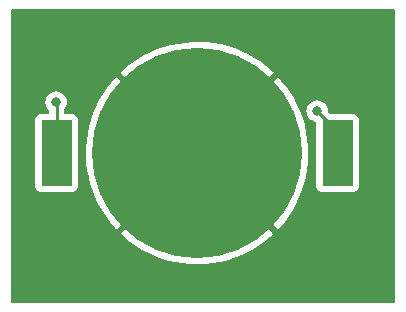
<source format=gbr>
%TF.GenerationSoftware,KiCad,Pcbnew,(6.0.7)*%
%TF.CreationDate,2022-10-10T10:06:43-04:00*%
%TF.ProjectId,proj_6,70726f6a-5f36-42e6-9b69-6361645f7063,rev?*%
%TF.SameCoordinates,Original*%
%TF.FileFunction,Copper,L2,Bot*%
%TF.FilePolarity,Positive*%
%FSLAX46Y46*%
G04 Gerber Fmt 4.6, Leading zero omitted, Abs format (unit mm)*
G04 Created by KiCad (PCBNEW (6.0.7)) date 2022-10-10 10:06:43*
%MOMM*%
%LPD*%
G01*
G04 APERTURE LIST*
%TA.AperFunction,SMDPad,CuDef*%
%ADD10R,2.600000X5.560000*%
%TD*%
%TA.AperFunction,SMDPad,CuDef*%
%ADD11C,17.800000*%
%TD*%
%TA.AperFunction,ViaPad*%
%ADD12C,0.800000*%
%TD*%
%TA.AperFunction,Conductor*%
%ADD13C,0.250000*%
%TD*%
G04 APERTURE END LIST*
D10*
%TO.P,BT1,1,+*%
%TO.N,VDD*%
X157701000Y-79248000D03*
X133891000Y-79248000D03*
D11*
%TO.P,BT1,2,-*%
%TO.N,GND*%
X145796000Y-79248000D03*
%TD*%
D12*
%TO.N,GND*%
X135128000Y-71882000D03*
%TO.N,VDD*%
X133858000Y-74930000D03*
%TO.N,GND*%
X138684000Y-87630000D03*
%TO.N,VDD*%
X155956000Y-75692000D03*
%TD*%
D13*
%TO.N,VDD*%
X133891000Y-74963000D02*
X133858000Y-74930000D01*
X133891000Y-79248000D02*
X133891000Y-74963000D01*
X157701000Y-77437000D02*
X155956000Y-75692000D01*
X157701000Y-79248000D02*
X157701000Y-77437000D01*
X133891000Y-80389121D02*
X134874000Y-81372121D01*
X133891000Y-79248000D02*
X133891000Y-80389121D01*
%TD*%
%TA.AperFunction,Conductor*%
%TO.N,GND*%
G36*
X162501621Y-67076502D02*
G01*
X162548114Y-67130158D01*
X162559500Y-67182500D01*
X162559500Y-91821500D01*
X162539498Y-91889621D01*
X162485842Y-91936114D01*
X162433500Y-91947500D01*
X130174500Y-91947500D01*
X130106379Y-91927498D01*
X130059886Y-91873842D01*
X130048500Y-91821500D01*
X130048500Y-86079887D01*
X139329653Y-86079887D01*
X139329677Y-86080226D01*
X139335500Y-86088858D01*
X139668715Y-86393660D01*
X139671846Y-86396344D01*
X140142614Y-86774175D01*
X140145897Y-86776640D01*
X140640088Y-87123319D01*
X140643515Y-87125562D01*
X141159060Y-87439635D01*
X141162595Y-87441635D01*
X141697368Y-87721802D01*
X141701006Y-87723561D01*
X142252712Y-87968619D01*
X142256502Y-87970158D01*
X142822872Y-88179103D01*
X142826737Y-88180389D01*
X143405415Y-88352350D01*
X143409356Y-88353384D01*
X143997917Y-88487642D01*
X144001912Y-88488419D01*
X144597930Y-88584419D01*
X144601969Y-88584936D01*
X145202918Y-88642272D01*
X145206987Y-88642528D01*
X145810384Y-88660964D01*
X145814470Y-88660956D01*
X146417812Y-88640414D01*
X146421856Y-88640145D01*
X147022622Y-88580710D01*
X147026658Y-88580179D01*
X147622321Y-88482102D01*
X147626324Y-88481309D01*
X148214425Y-88344995D01*
X148218345Y-88343952D01*
X148796442Y-88169964D01*
X148800275Y-88168674D01*
X149365914Y-87957753D01*
X149369707Y-87956197D01*
X149920544Y-87709219D01*
X149924205Y-87707433D01*
X150457987Y-87425406D01*
X150461493Y-87423406D01*
X150975963Y-87107521D01*
X150979360Y-87105280D01*
X151472367Y-86756858D01*
X151475591Y-86754420D01*
X151945100Y-86374897D01*
X151948167Y-86372250D01*
X152253854Y-86090663D01*
X152262032Y-86077046D01*
X152262018Y-86076587D01*
X152256673Y-86067883D01*
X145808812Y-79620022D01*
X145794868Y-79612408D01*
X145793035Y-79612539D01*
X145786420Y-79616790D01*
X139337267Y-86065943D01*
X139329653Y-86079887D01*
X130048500Y-86079887D01*
X130048500Y-82076134D01*
X132082500Y-82076134D01*
X132089255Y-82138316D01*
X132140385Y-82274705D01*
X132227739Y-82391261D01*
X132344295Y-82478615D01*
X132480684Y-82529745D01*
X132542866Y-82536500D01*
X135239134Y-82536500D01*
X135301316Y-82529745D01*
X135437705Y-82478615D01*
X135554261Y-82391261D01*
X135641615Y-82274705D01*
X135692745Y-82138316D01*
X135699500Y-82076134D01*
X135699500Y-79459514D01*
X136385403Y-79459514D01*
X136385495Y-79463588D01*
X136418667Y-80066368D01*
X136419022Y-80070420D01*
X136491028Y-80669822D01*
X136491638Y-80673812D01*
X136602173Y-81267317D01*
X136603045Y-81271282D01*
X136751647Y-81856405D01*
X136752772Y-81860303D01*
X136938827Y-82434624D01*
X136940203Y-82438445D01*
X137162923Y-82999541D01*
X137164554Y-83003292D01*
X137423015Y-83548839D01*
X137424873Y-83552453D01*
X137718019Y-84080217D01*
X137720094Y-84083684D01*
X138046683Y-84591424D01*
X138048999Y-84594781D01*
X138407653Y-85080359D01*
X138410184Y-85083564D01*
X138799434Y-85544995D01*
X138802161Y-85548024D01*
X138953555Y-85705621D01*
X138967340Y-85713511D01*
X138968504Y-85713451D01*
X138976137Y-85708653D01*
X145423978Y-79260812D01*
X145430356Y-79249132D01*
X146160408Y-79249132D01*
X146160539Y-79250965D01*
X146164790Y-79257580D01*
X152612962Y-85705752D01*
X152626906Y-85713366D01*
X152627950Y-85713292D01*
X152635643Y-85708218D01*
X152811787Y-85523573D01*
X152814510Y-85520527D01*
X153202152Y-85057734D01*
X153204646Y-85054554D01*
X153561621Y-84567701D01*
X153563921Y-84564341D01*
X153888732Y-84055472D01*
X153890803Y-84051984D01*
X154182104Y-83523202D01*
X154183940Y-83519600D01*
X154440512Y-82973120D01*
X154442114Y-82969401D01*
X154662884Y-82407502D01*
X154664241Y-82403692D01*
X154848293Y-81828714D01*
X154849399Y-81824832D01*
X154995966Y-81239165D01*
X154996818Y-81235221D01*
X155105281Y-80641335D01*
X155105882Y-80637310D01*
X155175790Y-80037698D01*
X155176132Y-80033621D01*
X155207238Y-79430012D01*
X155207318Y-79427395D01*
X155209027Y-79249337D01*
X155208997Y-79246661D01*
X155189486Y-78642588D01*
X155189223Y-78638530D01*
X155130836Y-78037662D01*
X155130316Y-78033652D01*
X155033275Y-77437796D01*
X155032487Y-77433783D01*
X154897206Y-76845474D01*
X154896160Y-76841518D01*
X154723195Y-76263163D01*
X154721897Y-76259282D01*
X154511959Y-75693262D01*
X154511444Y-75692000D01*
X155042496Y-75692000D01*
X155062458Y-75881928D01*
X155121473Y-76063556D01*
X155216960Y-76228944D01*
X155344747Y-76370866D01*
X155416893Y-76423283D01*
X155470979Y-76462579D01*
X155499248Y-76483118D01*
X155505276Y-76485802D01*
X155505278Y-76485803D01*
X155667681Y-76558109D01*
X155673712Y-76560794D01*
X155792698Y-76586085D01*
X155855170Y-76619813D01*
X155889492Y-76681963D01*
X155892500Y-76709332D01*
X155892500Y-82076134D01*
X155899255Y-82138316D01*
X155950385Y-82274705D01*
X156037739Y-82391261D01*
X156154295Y-82478615D01*
X156290684Y-82529745D01*
X156352866Y-82536500D01*
X159049134Y-82536500D01*
X159111316Y-82529745D01*
X159247705Y-82478615D01*
X159364261Y-82391261D01*
X159451615Y-82274705D01*
X159502745Y-82138316D01*
X159509500Y-82076134D01*
X159509500Y-76419866D01*
X159502745Y-76357684D01*
X159451615Y-76221295D01*
X159364261Y-76104739D01*
X159247705Y-76017385D01*
X159111316Y-75966255D01*
X159049134Y-75959500D01*
X157171595Y-75959500D01*
X157103474Y-75939498D01*
X157082500Y-75922595D01*
X156903122Y-75743217D01*
X156869096Y-75680905D01*
X156866907Y-75667292D01*
X156850232Y-75508635D01*
X156850232Y-75508633D01*
X156849542Y-75502072D01*
X156790527Y-75320444D01*
X156695040Y-75155056D01*
X156669064Y-75126206D01*
X156571675Y-75018045D01*
X156571674Y-75018044D01*
X156567253Y-75013134D01*
X156452829Y-74930000D01*
X156418094Y-74904763D01*
X156418093Y-74904762D01*
X156412752Y-74900882D01*
X156406724Y-74898198D01*
X156406722Y-74898197D01*
X156244319Y-74825891D01*
X156244318Y-74825891D01*
X156238288Y-74823206D01*
X156144887Y-74803353D01*
X156057944Y-74784872D01*
X156057939Y-74784872D01*
X156051487Y-74783500D01*
X155860513Y-74783500D01*
X155854061Y-74784872D01*
X155854056Y-74784872D01*
X155767113Y-74803353D01*
X155673712Y-74823206D01*
X155667682Y-74825891D01*
X155667681Y-74825891D01*
X155505278Y-74898197D01*
X155505276Y-74898198D01*
X155499248Y-74900882D01*
X155493907Y-74904762D01*
X155493906Y-74904763D01*
X155459171Y-74930000D01*
X155344747Y-75013134D01*
X155340326Y-75018044D01*
X155340325Y-75018045D01*
X155242937Y-75126206D01*
X155216960Y-75155056D01*
X155121473Y-75320444D01*
X155062458Y-75502072D01*
X155061768Y-75508633D01*
X155061768Y-75508635D01*
X155053756Y-75584865D01*
X155042496Y-75692000D01*
X154511444Y-75692000D01*
X154510433Y-75689524D01*
X154264405Y-75138231D01*
X154262625Y-75134566D01*
X153981537Y-74600303D01*
X153979528Y-74596768D01*
X153664550Y-74081762D01*
X153662322Y-74078371D01*
X153314748Y-73584739D01*
X153312322Y-73581520D01*
X152933619Y-73111349D01*
X152930975Y-73108276D01*
X152638813Y-72789994D01*
X152625209Y-72781792D01*
X152624810Y-72781804D01*
X152616017Y-72787193D01*
X146168022Y-79235188D01*
X146160408Y-79249132D01*
X145430356Y-79249132D01*
X145431592Y-79246868D01*
X145431461Y-79245035D01*
X145427210Y-79238420D01*
X138976806Y-72788016D01*
X138962862Y-72780402D01*
X138961057Y-72780531D01*
X138954404Y-72784810D01*
X138924383Y-72814885D01*
X138921621Y-72817835D01*
X138523560Y-73271737D01*
X138520995Y-73274860D01*
X138153060Y-73753497D01*
X138150697Y-73756785D01*
X137814413Y-74258172D01*
X137812271Y-74261601D01*
X137509052Y-74783630D01*
X137507126Y-74787208D01*
X137238232Y-75327706D01*
X137236535Y-75331415D01*
X137003078Y-75888146D01*
X137001638Y-75891916D01*
X136804586Y-76462579D01*
X136803390Y-76466443D01*
X136643586Y-77048591D01*
X136642629Y-77052578D01*
X136520729Y-77643806D01*
X136520033Y-77647835D01*
X136436539Y-78245713D01*
X136436107Y-78249757D01*
X136391367Y-78851802D01*
X136391197Y-78855860D01*
X136385403Y-79459514D01*
X135699500Y-79459514D01*
X135699500Y-76419866D01*
X135692745Y-76357684D01*
X135641615Y-76221295D01*
X135554261Y-76104739D01*
X135437705Y-76017385D01*
X135301316Y-75966255D01*
X135239134Y-75959500D01*
X134650500Y-75959500D01*
X134582379Y-75939498D01*
X134535886Y-75885842D01*
X134524500Y-75833500D01*
X134524500Y-75595874D01*
X134544502Y-75527753D01*
X134556864Y-75511564D01*
X134592621Y-75471852D01*
X134592622Y-75471851D01*
X134597040Y-75466944D01*
X134692527Y-75301556D01*
X134751542Y-75119928D01*
X134763175Y-75009251D01*
X134770814Y-74936565D01*
X134771504Y-74930000D01*
X134760280Y-74823206D01*
X134752232Y-74746635D01*
X134752232Y-74746633D01*
X134751542Y-74740072D01*
X134692527Y-74558444D01*
X134597040Y-74393056D01*
X134469253Y-74251134D01*
X134314752Y-74138882D01*
X134308724Y-74136198D01*
X134308722Y-74136197D01*
X134146319Y-74063891D01*
X134146318Y-74063891D01*
X134140288Y-74061206D01*
X134046887Y-74041353D01*
X133959944Y-74022872D01*
X133959939Y-74022872D01*
X133953487Y-74021500D01*
X133762513Y-74021500D01*
X133756061Y-74022872D01*
X133756056Y-74022872D01*
X133669113Y-74041353D01*
X133575712Y-74061206D01*
X133569682Y-74063891D01*
X133569681Y-74063891D01*
X133407278Y-74136197D01*
X133407276Y-74136198D01*
X133401248Y-74138882D01*
X133246747Y-74251134D01*
X133118960Y-74393056D01*
X133023473Y-74558444D01*
X132964458Y-74740072D01*
X132963768Y-74746633D01*
X132963768Y-74746635D01*
X132955720Y-74823206D01*
X132944496Y-74930000D01*
X132945186Y-74936565D01*
X132952826Y-75009251D01*
X132964458Y-75119928D01*
X133023473Y-75301556D01*
X133118960Y-75466944D01*
X133123378Y-75471851D01*
X133123379Y-75471852D01*
X133225136Y-75584865D01*
X133255854Y-75648872D01*
X133257500Y-75669175D01*
X133257500Y-75833500D01*
X133237498Y-75901621D01*
X133183842Y-75948114D01*
X133131500Y-75959500D01*
X132542866Y-75959500D01*
X132480684Y-75966255D01*
X132344295Y-76017385D01*
X132227739Y-76104739D01*
X132140385Y-76221295D01*
X132089255Y-76357684D01*
X132082500Y-76419866D01*
X132082500Y-82076134D01*
X130048500Y-82076134D01*
X130048500Y-72416808D01*
X139328090Y-72416808D01*
X139328225Y-72418670D01*
X139332453Y-72425243D01*
X145783188Y-78875978D01*
X145797132Y-78883592D01*
X145798965Y-78883461D01*
X145805580Y-78879210D01*
X152253803Y-72430987D01*
X152261417Y-72417043D01*
X152261339Y-72415941D01*
X152256326Y-72408325D01*
X152083807Y-72243175D01*
X152080777Y-72240456D01*
X151618650Y-71851998D01*
X151615478Y-71849502D01*
X151129249Y-71491677D01*
X151125891Y-71489369D01*
X150617601Y-71163679D01*
X150614083Y-71161582D01*
X150085845Y-70869377D01*
X150082220Y-70867522D01*
X149536225Y-70610014D01*
X149532457Y-70608384D01*
X148970988Y-70386649D01*
X148967159Y-70385278D01*
X148392502Y-70200222D01*
X148388627Y-70199111D01*
X147803229Y-70051526D01*
X147799268Y-70050663D01*
X147205588Y-69941167D01*
X147201566Y-69940558D01*
X146602029Y-69869598D01*
X146598027Y-69869255D01*
X145995136Y-69837131D01*
X145991119Y-69837047D01*
X145387442Y-69843896D01*
X145383380Y-69844073D01*
X144781416Y-69889864D01*
X144777389Y-69890301D01*
X144179660Y-69974839D01*
X144175623Y-69975543D01*
X143584587Y-70098478D01*
X143580639Y-70099434D01*
X142998765Y-70260254D01*
X142994873Y-70261467D01*
X142424579Y-70459506D01*
X142420796Y-70460959D01*
X141864481Y-70695384D01*
X141860782Y-70697085D01*
X141320758Y-70966920D01*
X141317156Y-70968868D01*
X140795693Y-71272975D01*
X140792229Y-71275148D01*
X140291452Y-71612292D01*
X140288161Y-71614665D01*
X139810195Y-71983414D01*
X139807040Y-71986013D01*
X139353848Y-72384854D01*
X139350900Y-72387622D01*
X139335690Y-72402859D01*
X139328090Y-72416808D01*
X130048500Y-72416808D01*
X130048500Y-67182500D01*
X130068502Y-67114379D01*
X130122158Y-67067886D01*
X130174500Y-67056500D01*
X162433500Y-67056500D01*
X162501621Y-67076502D01*
G37*
%TD.AperFunction*%
%TD*%
M02*

</source>
